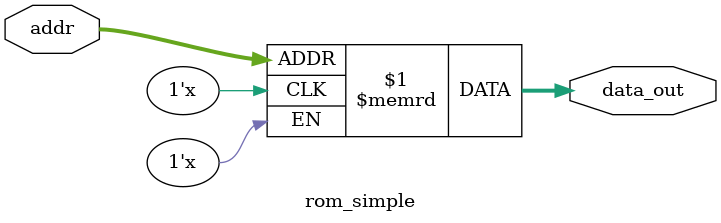
<source format=v>
module rom_simple(
  input [ADDR_WIDTH-1:0] addr,
  output [DATA_WIDTH-1:0] data_out
);

  parameter DATA_WIDTH = 8;
  parameter ADDR_WIDTH = 8;

  reg [DATA_WIDTH-1:0] mem [2**ADDR_WIDTH-1:0];

  assign data_out = mem[addr];

endmodule
</source>
